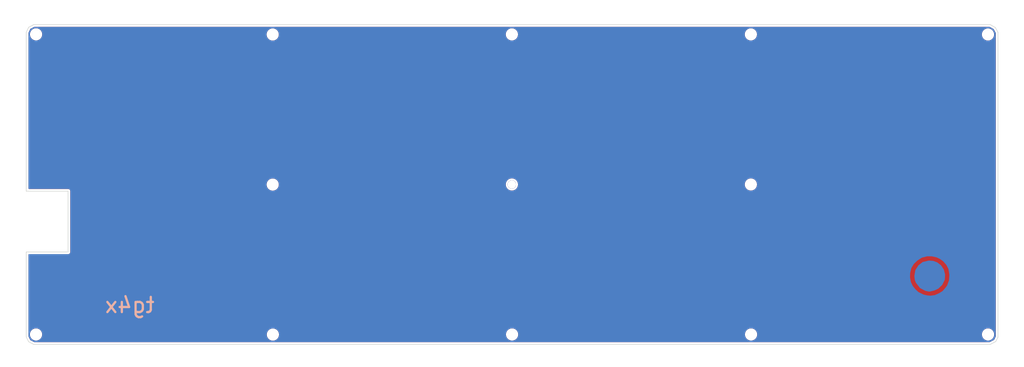
<source format=kicad_pcb>
(kicad_pcb (version 20171130) (host pcbnew "(5.1.4-0-10_14)")

  (general
    (thickness 1.6)
    (drawings 17)
    (tracks 0)
    (zones 0)
    (modules 14)
    (nets 1)
  )

  (page A4)
  (layers
    (0 F.Cu signal)
    (31 B.Cu signal)
    (32 B.Adhes user)
    (33 F.Adhes user)
    (34 B.Paste user)
    (35 F.Paste user)
    (36 B.SilkS user)
    (37 F.SilkS user)
    (38 B.Mask user)
    (39 F.Mask user)
    (40 Dwgs.User user)
    (41 Cmts.User user)
    (42 Eco1.User user)
    (43 Eco2.User user)
    (44 Edge.Cuts user)
    (45 Margin user)
    (46 B.CrtYd user)
    (47 F.CrtYd user)
    (48 B.Fab user)
    (49 F.Fab user)
  )

  (setup
    (last_trace_width 0.25)
    (trace_clearance 0.2)
    (zone_clearance 0.508)
    (zone_45_only no)
    (trace_min 0.2)
    (via_size 0.8)
    (via_drill 0.4)
    (via_min_size 0.4)
    (via_min_drill 0.3)
    (uvia_size 0.3)
    (uvia_drill 0.1)
    (uvias_allowed no)
    (uvia_min_size 0.2)
    (uvia_min_drill 0.1)
    (edge_width 0.15)
    (segment_width 0.2)
    (pcb_text_width 0.25)
    (pcb_text_size 1 1)
    (mod_edge_width 0.15)
    (mod_text_size 1 1)
    (mod_text_width 0.15)
    (pad_size 2.2 2.2)
    (pad_drill 2.2)
    (pad_to_mask_clearance 0.051)
    (solder_mask_min_width 0.25)
    (aux_axis_origin 0 0)
    (visible_elements 7FFFF7FF)
    (pcbplotparams
      (layerselection 0x010f0_ffffffff)
      (usegerberextensions false)
      (usegerberattributes false)
      (usegerberadvancedattributes false)
      (creategerberjobfile false)
      (excludeedgelayer true)
      (linewidth 0.100000)
      (plotframeref false)
      (viasonmask false)
      (mode 1)
      (useauxorigin false)
      (hpglpennumber 1)
      (hpglpenspeed 20)
      (hpglpendiameter 15.000000)
      (psnegative false)
      (psa4output false)
      (plotreference true)
      (plotvalue true)
      (plotinvisibletext false)
      (padsonsilk false)
      (subtractmaskfromsilk false)
      (outputformat 1)
      (mirror false)
      (drillshape 0)
      (scaleselection 1)
      (outputdirectory "gerber/"))
  )

  (net 0 "")

  (net_class Default "This is the default net class."
    (clearance 0.2)
    (trace_width 0.25)
    (via_dia 0.8)
    (via_drill 0.4)
    (uvia_dia 0.3)
    (uvia_drill 0.1)
  )

  (module custom_kicad:bordsourcelogo60mm (layer B.Cu) (tedit 0) (tstamp 5E92CBA9)
    (at 230.02 82.75 180)
    (fp_text reference G*** (at 0 0) (layer B.SilkS) hide
      (effects (font (size 1.524 1.524) (thickness 0.3)) (justify mirror))
    )
    (fp_text value LOGO (at 0.75 0) (layer B.SilkS) hide
      (effects (font (size 1.524 1.524) (thickness 0.3)) (justify mirror))
    )
    (fp_poly (pts (xy -24.655894 0.718983) (xy -24.390399 0.585062) (xy -24.196507 0.353522) (xy -24.193288 0.347368)
      (xy -24.100437 0.043065) (xy -24.124772 -0.24416) (xy -24.245745 -0.49409) (xy -24.442807 -0.686509)
      (xy -24.695412 -0.801201) (xy -24.983013 -0.817949) (xy -25.278344 -0.720215) (xy -25.502486 -0.528925)
      (xy -25.6303 -0.273844) (xy -25.662144 0.010288) (xy -25.598374 0.28873) (xy -25.439348 0.526744)
      (xy -25.264216 0.654538) (xy -24.958623 0.745428) (xy -24.655894 0.718983)) (layer B.Mask) (width 0.01))
    (fp_poly (pts (xy 21.380334 1.225672) (xy 21.417827 1.188202) (xy 21.505924 1.034035) (xy 21.461132 0.914713)
      (xy 21.284475 0.831567) (xy 21.1194 0.800098) (xy 20.782357 0.706537) (xy 20.568932 0.576474)
      (xy 20.434908 0.45629) (xy 20.333297 0.337259) (xy 20.259636 0.19868) (xy 20.209463 0.019852)
      (xy 20.178318 -0.219925) (xy 20.161738 -0.541354) (xy 20.155261 -0.965135) (xy 20.154348 -1.347034)
      (xy 20.150683 -1.820294) (xy 20.140272 -2.224603) (xy 20.12399 -2.541749) (xy 20.102711 -2.753523)
      (xy 20.082898 -2.834429) (xy 19.97553 -2.929615) (xy 19.823861 -2.966883) (xy 19.687508 -2.940093)
      (xy 19.633398 -2.880726) (xy 19.625325 -2.791272) (xy 19.619253 -2.582319) (xy 19.615321 -2.272398)
      (xy 19.613668 -1.880042) (xy 19.614432 -1.423782) (xy 19.617752 -0.92215) (xy 19.618309 -0.861841)
      (xy 19.636685 1.069836) (xy 19.83061 1.092074) (xy 19.978439 1.084158) (xy 20.066341 0.991815)
      (xy 20.102041 0.908973) (xy 20.179547 0.703636) (xy 20.311086 0.87086) (xy 20.577165 1.100958)
      (xy 20.942458 1.250535) (xy 21.056184 1.275835) (xy 21.249609 1.288752) (xy 21.380334 1.225672)) (layer B.Mask) (width 0.01))
    (fp_poly (pts (xy -0.087846 1.224294) (xy -0.013484 1.098747) (xy -0.013924 1.011755) (xy -0.06563 0.914219)
      (xy -0.205691 0.841418) (xy -0.379619 0.794217) (xy -0.692782 0.708346) (xy -0.909508 0.603948)
      (xy -1.071213 0.455292) (xy -1.184456 0.294215) (xy -1.238075 0.201155) (xy -1.279005 0.103721)
      (xy -1.309539 -0.018497) (xy -1.331972 -0.185906) (xy -1.348597 -0.418913) (xy -1.361708 -0.737927)
      (xy -1.373599 -1.163356) (xy -1.380434 -1.449457) (xy -1.414945 -2.933424) (xy -1.587985 -2.953646)
      (xy -1.753964 -2.937544) (xy -1.846816 -2.888075) (xy -1.874298 -2.822838) (xy -1.895824 -2.680678)
      (xy -1.911899 -2.450037) (xy -1.923029 -2.119358) (xy -1.929718 -1.677083) (xy -1.932473 -1.111653)
      (xy -1.932608 -0.926441) (xy -1.931886 -0.338466) (xy -1.928039 0.125638) (xy -1.918552 0.480039)
      (xy -1.900908 0.738908) (xy -1.87259 0.916416) (xy -1.831082 1.026733) (xy -1.773866 1.084027)
      (xy -1.698425 1.102471) (xy -1.602244 1.096233) (xy -1.574043 1.09239) (xy -1.453727 1.03973)
      (xy -1.40004 0.901694) (xy -1.393637 0.849804) (xy -1.372328 0.629771) (xy -1.132492 0.895241)
      (xy -0.920355 1.079612) (xy -0.683871 1.207407) (xy -0.448991 1.27592) (xy -0.241665 1.282451)
      (xy -0.087846 1.224294)) (layer B.Mask) (width 0.01))
    (fp_poly (pts (xy -14.617559 2.886753) (xy -14.153815 2.875685) (xy -13.804287 2.862066) (xy -13.545146 2.843346)
      (xy -13.352566 2.816971) (xy -13.20272 2.780389) (xy -13.071778 2.731048) (xy -13.042828 2.718084)
      (xy -12.685335 2.4867) (xy -12.426029 2.179808) (xy -12.269445 1.821837) (xy -12.220118 1.437214)
      (xy -12.282583 1.050368) (xy -12.461374 0.685727) (xy -12.628432 0.485698) (xy -12.823462 0.323158)
      (xy -13.025004 0.204378) (xy -13.116279 0.172082) (xy -13.339549 0.123044) (xy -12.982892 0.002303)
      (xy -12.577107 -0.198749) (xy -12.27601 -0.487537) (xy -12.085629 -0.855746) (xy -12.011994 -1.295057)
      (xy -12.011298 -1.337916) (xy -12.065668 -1.821974) (xy -12.229095 -2.231387) (xy -12.49506 -2.556638)
      (xy -12.857049 -2.788209) (xy -13.053833 -2.860599) (xy -13.248659 -2.898647) (xy -13.534895 -2.929211)
      (xy -13.886609 -2.952076) (xy -14.277873 -2.967026) (xy -14.682757 -2.973844) (xy -15.075332 -2.972316)
      (xy -15.429668 -2.962225) (xy -15.719836 -2.943356) (xy -15.919906 -2.915492) (xy -15.999239 -2.885109)
      (xy -16.021472 -2.824807) (xy -16.03978 -2.686429) (xy -16.054425 -2.460918) (xy -16.065671 -2.139216)
      (xy -16.073779 -1.712267) (xy -16.079013 -1.171014) (xy -16.081636 -0.506398) (xy -16.081967 -0.138044)
      (xy -15.529891 -0.138044) (xy -15.529891 -2.484783) (xy -14.477309 -2.483267) (xy -14.048107 -2.479946)
      (xy -13.730577 -2.469706) (xy -13.498417 -2.449996) (xy -13.325325 -2.418269) (xy -13.184999 -2.371975)
      (xy -13.143405 -2.35398) (xy -12.883575 -2.174014) (xy -12.717163 -1.907247) (xy -12.638873 -1.543294)
      (xy -12.630978 -1.349321) (xy -12.665433 -0.997458) (xy -12.775184 -0.714045) (xy -12.969806 -0.493778)
      (xy -13.258877 -0.331352) (xy -13.651973 -0.221462) (xy -14.158672 -0.158805) (xy -14.788549 -0.138076)
      (xy -14.817839 -0.138044) (xy -15.529891 -0.138044) (xy -16.081967 -0.138044) (xy -16.082065 -0.029158)
      (xy -16.081796 0.276086) (xy -15.529891 0.276086) (xy -14.89144 0.276486) (xy -14.545493 0.284548)
      (xy -14.19409 0.305602) (xy -13.900424 0.335555) (xy -13.839229 0.344637) (xy -13.413292 0.463377)
      (xy -13.100133 0.661568) (xy -12.899872 0.939089) (xy -12.812627 1.295819) (xy -12.808462 1.406247)
      (xy -12.838738 1.722451) (xy -12.937525 1.972546) (xy -13.116768 2.163571) (xy -13.388411 2.302564)
      (xy -13.764396 2.396563) (xy -14.256667 2.452605) (xy -14.615353 2.471028) (xy -15.529891 2.50279)
      (xy -15.529891 0.276086) (xy -16.081796 0.276086) (xy -16.081442 0.676476) (xy -16.079285 1.256341)
      (xy -16.075157 1.722706) (xy -16.068624 2.087841) (xy -16.059251 2.364017) (xy -16.046601 2.563502)
      (xy -16.030242 2.698566) (xy -16.009736 2.78148) (xy -15.98465 2.824512) (xy -15.980739 2.82806)
      (xy -15.897219 2.85997) (xy -15.7281 2.881132) (xy -15.460082 2.89212) (xy -15.079866 2.893506)
      (xy -14.617559 2.886753)) (layer B.Mask) (width 0.01))
    (fp_poly (pts (xy 7.796956 1.187383) (xy 8.13223 1.115771) (xy 8.421156 1.01812) (xy 8.63703 0.902412)
      (xy 8.753149 0.776628) (xy 8.765761 0.72097) (xy 8.726933 0.617579) (xy 8.602212 0.577365)
      (xy 8.379244 0.599808) (xy 8.045676 0.684391) (xy 8.026918 0.689931) (xy 7.575861 0.786955)
      (xy 7.165244 0.805456) (xy 6.810521 0.751713) (xy 6.527145 0.632006) (xy 6.330568 0.452613)
      (xy 6.236244 0.219813) (xy 6.251836 -0.031327) (xy 6.293346 -0.135423) (xy 6.372963 -0.223034)
      (xy 6.510159 -0.30316) (xy 6.724408 -0.384799) (xy 7.035183 -0.47695) (xy 7.452677 -0.586262)
      (xy 7.866331 -0.69683) (xy 8.169501 -0.794131) (xy 8.38753 -0.889557) (xy 8.545756 -0.994503)
      (xy 8.669521 -1.120361) (xy 8.685873 -1.140721) (xy 8.83826 -1.437859) (xy 8.892989 -1.787184)
      (xy 8.851365 -2.144647) (xy 8.714696 -2.466199) (xy 8.643649 -2.563298) (xy 8.400486 -2.78836)
      (xy 8.103545 -2.935103) (xy 7.727016 -3.012617) (xy 7.316305 -3.030824) (xy 7.003323 -3.018672)
      (xy 6.70599 -2.989306) (xy 6.47985 -2.948569) (xy 6.447716 -2.939467) (xy 6.095508 -2.803122)
      (xy 5.855566 -2.652566) (xy 5.738697 -2.495375) (xy 5.728805 -2.435391) (xy 5.777715 -2.309523)
      (xy 5.923996 -2.280856) (xy 6.166973 -2.349412) (xy 6.313365 -2.414733) (xy 6.738422 -2.5756)
      (xy 7.153455 -2.651187) (xy 7.539611 -2.646425) (xy 7.878036 -2.566244) (xy 8.149877 -2.415577)
      (xy 8.336282 -2.199353) (xy 8.418397 -1.922504) (xy 8.420652 -1.863587) (xy 8.407962 -1.672571)
      (xy 8.358331 -1.521243) (xy 8.254426 -1.398125) (xy 8.07891 -1.291736) (xy 7.814447 -1.190595)
      (xy 7.443701 -1.083222) (xy 7.115207 -0.99909) (xy 6.634574 -0.868085) (xy 6.275226 -0.738835)
      (xy 6.021158 -0.598699) (xy 5.856364 -0.435038) (xy 5.764838 -0.235212) (xy 5.730574 0.013419)
      (xy 5.729063 0.095585) (xy 5.782457 0.47142) (xy 5.944044 0.769465) (xy 6.216841 0.992204)
      (xy 6.603865 1.142125) (xy 7.094176 1.22057) (xy 7.442037 1.224977) (xy 7.796956 1.187383)) (layer B.Mask) (width 0.01))
    (fp_poly (pts (xy 28.664115 1.197447) (xy 28.898871 1.138771) (xy 29.271302 0.95909) (xy 29.583106 0.670353)
      (xy 29.821251 0.293085) (xy 29.972703 -0.15219) (xy 30.024457 -0.633724) (xy 30.024457 -0.966305)
      (xy 26.761207 -0.966305) (xy 26.80164 -1.307703) (xy 26.912417 -1.758144) (xy 27.11822 -2.119867)
      (xy 27.404498 -2.38811) (xy 27.756703 -2.558114) (xy 28.160285 -2.625119) (xy 28.600693 -2.584366)
      (xy 29.063379 -2.431094) (xy 29.493652 -2.188367) (xy 29.721172 -2.071365) (xy 29.878344 -2.059617)
      (xy 29.952895 -2.133142) (xy 29.932553 -2.271961) (xy 29.805048 -2.456096) (xy 29.712927 -2.545364)
      (xy 29.43275 -2.762897) (xy 29.153676 -2.906335) (xy 28.816105 -3.003719) (xy 28.681719 -3.030526)
      (xy 28.381965 -3.080212) (xy 28.159241 -3.096358) (xy 27.956374 -3.077768) (xy 27.716193 -3.023245)
      (xy 27.663384 -3.009199) (xy 27.199667 -2.817917) (xy 26.81805 -2.52263) (xy 26.526324 -2.135671)
      (xy 26.332279 -1.66937) (xy 26.243706 -1.136061) (xy 26.245952 -0.765527) (xy 26.270568 -0.621196)
      (xy 26.777805 -0.621196) (xy 29.558948 -0.621196) (xy 29.51325 -0.327854) (xy 29.415867 0.000206)
      (xy 29.242779 0.316543) (xy 29.023729 0.574904) (xy 28.852164 0.700177) (xy 28.540212 0.800831)
      (xy 28.17229 0.82012) (xy 27.803815 0.758226) (xy 27.635194 0.696214) (xy 27.295689 0.467366)
      (xy 27.033781 0.124843) (xy 26.850162 -0.330392) (xy 26.823738 -0.431386) (xy 26.777805 -0.621196)
      (xy 26.270568 -0.621196) (xy 26.342536 -0.199248) (xy 26.54165 0.285796) (xy 26.831548 0.681176)
      (xy 27.200488 0.978461) (xy 27.636725 1.169221) (xy 28.128516 1.245026) (xy 28.664115 1.197447)) (layer B.Mask) (width 0.01))
    (fp_poly (pts (xy 24.507295 1.221226) (xy 24.902749 1.117288) (xy 25.228605 0.926425) (xy 25.26876 0.890927)
      (xy 25.405302 0.724762) (xy 25.428057 0.594798) (xy 25.427458 0.593193) (xy 25.364679 0.507449)
      (xy 25.253915 0.494795) (xy 25.07176 0.557884) (xy 24.875709 0.655706) (xy 24.459057 0.806203)
      (xy 24.04157 0.827606) (xy 23.645427 0.726931) (xy 23.292808 0.511197) (xy 23.005891 0.18742)
      (xy 22.918109 0.036353) (xy 22.829582 -0.15809) (xy 22.776459 -0.345681) (xy 22.750316 -0.57282)
      (xy 22.742727 -0.88591) (xy 22.742663 -0.929951) (xy 22.748487 -1.254654) (xy 22.772028 -1.49014)
      (xy 22.822387 -1.684967) (xy 22.908668 -1.887693) (xy 22.930615 -1.932609) (xy 23.145516 -2.2791)
      (xy 23.398996 -2.504382) (xy 23.716924 -2.6247) (xy 24.08353 -2.65667) (xy 24.442236 -2.632378)
      (xy 24.739319 -2.551096) (xy 24.866496 -2.494529) (xy 25.134423 -2.389617) (xy 25.308812 -2.384403)
      (xy 25.391842 -2.479113) (xy 25.4 -2.550476) (xy 25.335602 -2.694096) (xy 25.160507 -2.824067)
      (xy 24.901863 -2.934119) (xy 24.58682 -3.017987) (xy 24.242526 -3.069403) (xy 23.89613 -3.082099)
      (xy 23.574781 -3.049808) (xy 23.413678 -3.009019) (xy 23.039449 -2.838305) (xy 22.740531 -2.585631)
      (xy 22.491134 -2.227143) (xy 22.418967 -2.089017) (xy 22.312829 -1.863199) (xy 22.245943 -1.67856)
      (xy 22.209441 -1.48993) (xy 22.194455 -1.252134) (xy 22.192086 -0.933245) (xy 22.197135 -0.596926)
      (xy 22.215638 -0.354886) (xy 22.255384 -0.163477) (xy 22.324165 0.020949) (xy 22.386043 0.15347)
      (xy 22.544029 0.418485) (xy 22.741363 0.670785) (xy 22.864584 0.793476) (xy 23.220887 1.024365)
      (xy 23.63461 1.173478) (xy 24.073997 1.239527) (xy 24.507295 1.221226)) (layer B.Mask) (width 0.01))
    (fp_poly (pts (xy 18.002245 1.080078) (xy 18.092405 1.023597) (xy 18.107982 0.932329) (xy 18.122064 0.722167)
      (xy 18.134064 0.412259) (xy 18.143391 0.021751) (xy 18.149456 -0.43021) (xy 18.151661 -0.901346)
      (xy 18.15084 -1.495661) (xy 18.146039 -1.96591) (xy 18.134895 -2.326059) (xy 18.115044 -2.590076)
      (xy 18.084122 -2.77193) (xy 18.039765 -2.885587) (xy 17.97961 -2.945014) (xy 17.901293 -2.96418)
      (xy 17.803742 -2.957235) (xy 17.695825 -2.922919) (xy 17.640545 -2.833478) (xy 17.614766 -2.64907)
      (xy 17.6133 -2.62922) (xy 17.591545 -2.325015) (xy 17.464745 -2.53352) (xy 17.254412 -2.757588)
      (xy 16.947188 -2.928433) (xy 16.577051 -3.036767) (xy 16.177976 -3.073301) (xy 15.783941 -3.028744)
      (xy 15.716515 -3.011492) (xy 15.470598 -2.913521) (xy 15.246298 -2.777783) (xy 15.183442 -2.725074)
      (xy 15.055813 -2.586594) (xy 14.956949 -2.432947) (xy 14.883675 -2.245619) (xy 14.832819 -2.006094)
      (xy 14.801206 -1.695858) (xy 14.785663 -1.296395) (xy 14.783016 -0.78919) (xy 14.786499 -0.409334)
      (xy 14.805163 1.069836) (xy 15.004739 1.092619) (xy 15.172354 1.080078) (xy 15.262514 1.023597)
      (xy 15.280048 0.929452) (xy 15.295568 0.719298) (xy 15.308219 0.415166) (xy 15.317146 0.039086)
      (xy 15.321494 -0.386913) (xy 15.321769 -0.503158) (xy 15.323315 -0.993852) (xy 15.328229 -1.367329)
      (xy 15.33815 -1.644403) (xy 15.354722 -1.845888) (xy 15.379585 -1.9926) (xy 15.414382 -2.105353)
      (xy 15.45513 -2.19419) (xy 15.610094 -2.425403) (xy 15.808185 -2.569478) (xy 16.086657 -2.648791)
      (xy 16.245809 -2.669089) (xy 16.645345 -2.643757) (xy 16.99853 -2.49301) (xy 17.286658 -2.226683)
      (xy 17.393479 -2.065806) (xy 17.451941 -1.955958) (xy 17.496167 -1.847454) (xy 17.528764 -1.718614)
      (xy 17.552342 -1.547761) (xy 17.569509 -1.313217) (xy 17.582873 -0.993303) (xy 17.595044 -0.566342)
      (xy 17.600544 -0.345109) (xy 17.635055 1.069836) (xy 17.834631 1.092619) (xy 18.002245 1.080078)) (layer B.Mask) (width 0.01))
    (fp_poly (pts (xy 12.283121 1.18279) (xy 12.706889 1.035267) (xy 13.088215 0.795147) (xy 13.406411 0.462431)
      (xy 13.604418 0.123388) (xy 13.684821 -0.078572) (xy 13.734467 -0.278198) (xy 13.760135 -0.518995)
      (xy 13.768604 -0.844468) (xy 13.768833 -0.931794) (xy 13.738511 -1.466986) (xy 13.642417 -1.898845)
      (xy 13.472856 -2.249268) (xy 13.222133 -2.540153) (xy 13.195199 -2.56427) (xy 12.782862 -2.840074)
      (xy 12.306494 -3.015768) (xy 11.803412 -3.082792) (xy 11.310933 -3.032586) (xy 11.236961 -3.013482)
      (xy 10.76212 -2.814341) (xy 10.376971 -2.514602) (xy 10.086787 -2.122889) (xy 9.896839 -1.647823)
      (xy 9.8124 -1.098029) (xy 9.813721 -0.992898) (xy 10.357277 -0.992898) (xy 10.405465 -1.42797)
      (xy 10.535643 -1.833391) (xy 10.751129 -2.183668) (xy 10.837553 -2.278858) (xy 11.181408 -2.538734)
      (xy 11.565554 -2.668262) (xy 11.995274 -2.668697) (xy 12.251359 -2.614806) (xy 12.593565 -2.451701)
      (xy 12.872825 -2.178559) (xy 13.080019 -1.812458) (xy 13.206027 -1.370479) (xy 13.241731 -0.8697)
      (xy 13.237473 -0.76798) (xy 13.158165 -0.265472) (xy 12.989927 0.158995) (xy 12.741058 0.491445)
      (xy 12.419858 0.717903) (xy 12.333143 0.754848) (xy 12.06216 0.813034) (xy 11.731954 0.823646)
      (xy 11.412417 0.787938) (xy 11.229993 0.735009) (xy 10.918026 0.53406) (xy 10.671452 0.235304)
      (xy 10.493589 -0.13577) (xy 10.387758 -0.553668) (xy 10.357277 -0.992898) (xy 9.813721 -0.992898)
      (xy 9.817505 -0.69178) (xy 9.862276 -0.380483) (xy 9.942666 -0.058358) (xy 10.007829 0.123388)
      (xy 10.251778 0.531447) (xy 10.577418 0.84691) (xy 10.964061 1.069775) (xy 11.391019 1.200044)
      (xy 11.837602 1.237715) (xy 12.283121 1.18279)) (layer B.Mask) (width 0.01))
    (fp_poly (pts (xy 4.223783 2.886956) (xy 4.382881 2.864402) (xy 4.382881 -2.933424) (xy 4.223783 -2.955978)
      (xy 4.024103 -2.929308) (xy 3.899967 -2.793322) (xy 3.865218 -2.606344) (xy 3.865218 -2.399698)
      (xy 3.593244 -2.645411) (xy 3.211658 -2.901717) (xy 2.771169 -3.050703) (xy 2.309507 -3.082772)
      (xy 2.036142 -3.041439) (xy 1.597279 -2.86897) (xy 1.240054 -2.588705) (xy 0.968483 -2.207003)
      (xy 0.786584 -1.730221) (xy 0.698372 -1.164716) (xy 0.692371 -0.978007) (xy 1.231658 -0.978007)
      (xy 1.231728 -0.998565) (xy 1.28085 -1.510801) (xy 1.414801 -1.941779) (xy 1.622762 -2.282567)
      (xy 1.893915 -2.524237) (xy 2.217438 -2.657858) (xy 2.582514 -2.674501) (xy 2.978322 -2.565236)
      (xy 3.075171 -2.520049) (xy 3.414687 -2.281501) (xy 3.657259 -1.953991) (xy 3.80487 -1.532993)
      (xy 3.859506 -1.013984) (xy 3.854125 -0.744134) (xy 3.779754 -0.222832) (xy 3.618328 0.19649)
      (xy 3.37236 0.510716) (xy 3.044365 0.716728) (xy 2.636856 0.81141) (xy 2.597285 0.814308)
      (xy 2.335539 0.820447) (xy 2.153282 0.791632) (xy 1.993935 0.716177) (xy 1.934251 0.677366)
      (xy 1.620028 0.393886) (xy 1.401005 0.030216) (xy 1.272956 -0.423722) (xy 1.231658 -0.978007)
      (xy 0.692371 -0.978007) (xy 0.690218 -0.911061) (xy 0.74163 -0.323897) (xy 0.892198 0.180065)
      (xy 1.136417 0.593872) (xy 1.468782 0.910573) (xy 1.883789 1.123214) (xy 2.375934 1.224844)
      (xy 2.381722 1.225316) (xy 2.804155 1.205883) (xy 3.204249 1.089783) (xy 3.542317 0.891546)
      (xy 3.694256 0.744758) (xy 3.865218 0.541582) (xy 3.865218 1.642774) (xy 3.867999 2.095603)
      (xy 3.879666 2.427744) (xy 3.905205 2.6565) (xy 3.949602 2.79917) (xy 4.017844 2.873057)
      (xy 4.114916 2.895462) (xy 4.223783 2.886956)) (layer B.Mask) (width 0.01))
    (fp_poly (pts (xy -4.17883 1.159398) (xy -3.860941 1.018989) (xy -3.727833 0.921756) (xy -3.591764 0.800254)
      (xy -3.486566 0.680123) (xy -3.407856 0.541791) (xy -3.351251 0.365686) (xy -3.312365 0.132236)
      (xy -3.286817 -0.178131) (xy -3.270222 -0.584987) (xy -3.258196 -1.107905) (xy -3.256817 -1.181258)
      (xy -3.248491 -1.724837) (xy -3.24808 -2.145947) (xy -3.258485 -2.460071) (xy -3.282608 -2.682693)
      (xy -3.323349 -2.829294) (xy -3.383608 -2.915359) (xy -3.466287 -2.956371) (xy -3.574287 -2.967812)
      (xy -3.591559 -2.967935) (xy -3.711487 -2.960553) (xy -3.772064 -2.914993) (xy -3.793546 -2.796132)
      (xy -3.796195 -2.613109) (xy -3.796195 -2.258283) (xy -4.077038 -2.577336) (xy -4.316916 -2.808661)
      (xy -4.56853 -2.951908) (xy -4.710761 -3.001184) (xy -4.963569 -3.067944) (xy -5.168275 -3.092761)
      (xy -5.387559 -3.077712) (xy -5.647065 -3.032219) (xy -6.061929 -2.898044) (xy -6.366983 -2.680264)
      (xy -6.562529 -2.378527) (xy -6.64887 -1.992482) (xy -6.653525 -1.863587) (xy -6.647265 -1.806676)
      (xy -6.142934 -1.806676) (xy -6.09647 -2.142367) (xy -5.950869 -2.388978) (xy -5.696821 -2.562249)
      (xy -5.695699 -2.56276) (xy -5.307578 -2.676736) (xy -4.928266 -2.656215) (xy -4.709458 -2.585021)
      (xy -4.340287 -2.359539) (xy -4.061489 -2.033945) (xy -3.879788 -1.61794) (xy -3.815994 -1.295822)
      (xy -3.774392 -0.944564) (xy -4.503385 -0.991694) (xy -5.046555 -1.040752) (xy -5.465163 -1.113213)
      (xy -5.771607 -1.215241) (xy -5.978288 -1.353) (xy -6.097604 -1.532653) (xy -6.141955 -1.760363)
      (xy -6.142934 -1.806676) (xy -6.647265 -1.806676) (xy -6.610091 -1.46876) (xy -6.475584 -1.171436)
      (xy -6.243696 -0.960168) (xy -6.120779 -0.896539) (xy -5.837286 -0.803907) (xy -5.455911 -0.724321)
      (xy -5.016633 -0.663742) (xy -4.55943 -0.628131) (xy -4.274353 -0.621196) (xy -3.796195 -0.621196)
      (xy -3.796453 -0.224321) (xy -3.846247 0.178604) (xy -3.996172 0.488038) (xy -4.247928 0.707271)
      (xy -4.288636 0.729531) (xy -4.532249 0.800126) (xy -4.861395 0.820565) (xy -5.234163 0.793734)
      (xy -5.608642 0.722524) (xy -5.927397 0.616575) (xy -6.136903 0.529977) (xy -6.258282 0.496847)
      (xy -6.329601 0.514705) (xy -6.388932 0.581072) (xy -6.392739 0.586265) (xy -6.450346 0.702815)
      (xy -6.402802 0.806867) (xy -6.376979 0.836583) (xy -6.183059 0.972218) (xy -5.878769 1.087147)
      (xy -5.491197 1.17338) (xy -5.073098 1.22127) (xy -4.575764 1.22524) (xy -4.17883 1.159398)) (layer B.Mask) (width 0.01))
    (fp_poly (pts (xy -8.725044 1.176957) (xy -8.553967 1.132359) (xy -8.169099 0.953053) (xy -7.820779 0.666203)
      (xy -7.538628 0.302135) (xy -7.357154 -0.092996) (xy -7.261703 -0.562452) (xy -7.252051 -1.056062)
      (xy -7.321728 -1.541805) (xy -7.464266 -1.98766) (xy -7.673195 -2.361606) (xy -7.856432 -2.56427)
      (xy -8.268769 -2.840074) (xy -8.745136 -3.015768) (xy -9.248219 -3.082792) (xy -9.740698 -3.032586)
      (xy -9.814669 -3.013482) (xy -10.289276 -2.814367) (xy -10.674389 -2.514822) (xy -10.964461 -2.124)
      (xy -11.153947 -1.651055) (xy -11.237301 -1.105141) (xy -11.233475 -0.906921) (xy -10.663228 -0.906921)
      (xy -10.663223 -0.931794) (xy -10.657421 -1.252445) (xy -10.634796 -1.48208) (xy -10.586354 -1.667502)
      (xy -10.503095 -1.855516) (xy -10.47532 -1.909296) (xy -10.212058 -2.282542) (xy -9.882264 -2.536522)
      (xy -9.495559 -2.667106) (xy -9.061565 -2.670167) (xy -8.81967 -2.619789) (xy -8.46974 -2.454245)
      (xy -8.166429 -2.175536) (xy -7.986239 -1.906671) (xy -7.912735 -1.74675) (xy -7.866913 -1.57544)
      (xy -7.842778 -1.354363) (xy -7.834336 -1.045141) (xy -7.833967 -0.931794) (xy -7.851696 -0.485728)
      (xy -7.913223 -0.140466) (xy -8.031064 0.137639) (xy -8.21773 0.382234) (xy -8.380599 0.538049)
      (xy -8.66013 0.721784) (xy -8.988733 0.812392) (xy -9.397185 0.817665) (xy -9.462573 0.812029)
      (xy -9.841725 0.708997) (xy -10.168553 0.480921) (xy -10.435979 0.133172) (xy -10.491304 0.030985)
      (xy -10.578812 -0.16453) (xy -10.631089 -0.35496) (xy -10.656454 -0.586894) (xy -10.663228 -0.906921)
      (xy -11.233475 -0.906921) (xy -11.229076 -0.679017) (xy -11.123311 -0.125554) (xy -10.913266 0.345543)
      (xy -10.611118 0.72603) (xy -10.229045 1.00766) (xy -9.779223 1.182188) (xy -9.273831 1.241369)
      (xy -8.725044 1.176957)) (layer B.Mask) (width 0.01))
    (fp_poly (pts (xy -24.297011 5.016502) (xy -23.786339 4.947116) (xy -23.304257 4.817519) (xy -22.798484 4.615823)
      (xy -22.57712 4.511948) (xy -22.254551 4.345864) (xy -21.990252 4.181795) (xy -21.741226 3.988354)
      (xy -21.464477 3.734148) (xy -21.327774 3.599863) (xy -20.794585 3.005505) (xy -20.388525 2.400931)
      (xy -20.099284 1.763013) (xy -19.916551 1.068622) (xy -19.830018 0.29463) (xy -19.82715 0.233477)
      (xy -19.823369 -0.410805) (xy -19.878353 -0.972856) (xy -20.001473 -1.499346) (xy -20.202099 -2.036947)
      (xy -20.345201 -2.34674) (xy -20.505841 -2.659216) (xy -20.662397 -2.915047) (xy -20.844211 -3.154081)
      (xy -21.080626 -3.416164) (xy -21.291687 -3.632033) (xy -21.588642 -3.921791) (xy -21.834244 -4.13633)
      (xy -22.067691 -4.304627) (xy -22.328182 -4.455655) (xy -22.572305 -4.578628) (xy -22.904675 -4.72837)
      (xy -23.24995 -4.865073) (xy -23.554218 -4.968095) (xy -23.674456 -5.000603) (xy -24.097491 -5.06825)
      (xy -24.602653 -5.10076) (xy -25.139419 -5.098774) (xy -25.657264 -5.06293) (xy -26.105666 -4.993865)
      (xy -26.212419 -4.968524) (xy -26.898452 -4.734367) (xy -27.527346 -4.400851) (xy -28.124082 -3.953152)
      (xy -28.474232 -3.626407) (xy -29.013442 -3.016096) (xy -29.423332 -2.385604) (xy -29.711583 -1.71631)
      (xy -29.885875 -0.989588) (xy -29.953886 -0.186817) (xy -29.954376 -0.138547) (xy -29.027364 -0.138547)
      (xy -29.002244 -0.595706) (xy -28.942275 -0.994195) (xy -28.893617 -1.17337) (xy -28.576744 -1.913011)
      (xy -28.160222 -2.563098) (xy -27.650523 -3.117125) (xy -27.054122 -3.568587) (xy -26.377491 -3.910978)
      (xy -26.055706 -4.0255) (xy -25.34919 -4.1782) (xy -24.637358 -4.193596) (xy -23.933691 -4.0768)
      (xy -23.197066 -3.821835) (xy -22.539182 -3.456531) (xy -21.967137 -2.986691) (xy -21.488029 -2.418117)
      (xy -21.117171 -1.774267) (xy -20.855318 -1.063747) (xy -20.731267 -0.346564) (xy -20.744995 0.376179)
      (xy -20.896479 1.103381) (xy -21.185695 1.833937) (xy -21.19272 1.84824) (xy -21.573693 2.467299)
      (xy -22.064284 3.007067) (xy -22.656945 3.461248) (xy -23.344128 3.823548) (xy -23.743478 3.975957)
      (xy -24.05325 4.046788) (xy -24.45196 4.090696) (xy -24.893011 4.106941) (xy -25.329804 4.094781)
      (xy -25.715739 4.053476) (xy -25.917663 4.010533) (xy -26.143942 3.932415) (xy -26.436714 3.810936)
      (xy -26.741424 3.669098) (xy -26.814945 3.632197) (xy -27.431495 3.240888) (xy -27.965604 2.741107)
      (xy -28.412789 2.138308) (xy -28.768565 1.437946) (xy -28.893617 1.104347) (xy -28.97305 0.75954)
      (xy -29.017632 0.329222) (xy -29.027364 -0.138547) (xy -29.954376 -0.138547) (xy -29.955434 -0.034511)
      (xy -29.905538 0.783752) (xy -29.750729 1.522649) (xy -29.483327 2.200805) (xy -29.095654 2.836842)
      (xy -28.580028 3.449383) (xy -28.474232 3.557384) (xy -27.861231 4.098533) (xy -27.227571 4.509516)
      (xy -26.555059 4.797841) (xy -25.825505 4.971019) (xy -25.020717 5.036559) (xy -24.888551 5.037566)
      (xy -24.297011 5.016502)) (layer B.Mask) (width 0.01))
  )

  (module MountingHole:MountingHole_2.2mm_M2_Pad (layer F.Cu) (tedit 5E927758) (tstamp 5CC367AF)
    (at 144.8816 58.6994)
    (descr "Mounting Hole 2.2mm, M2")
    (tags "mounting hole 2.2mm m2")
    (attr virtual)
    (fp_text reference REF** (at 0 -3.2) (layer F.SilkS) hide
      (effects (font (size 1 1) (thickness 0.15)))
    )
    (fp_text value MountingHole_2.2mm_M2_Pad (at 0 3.2) (layer F.Fab)
      (effects (font (size 1 1) (thickness 0.15)))
    )
    (fp_circle (center 0 0) (end 2.45 0) (layer F.CrtYd) (width 0.05))
    (fp_circle (center 0 0) (end 2.2 0) (layer Cmts.User) (width 0.15))
    (fp_text user %R (at 0.3 0) (layer F.Fab)
      (effects (font (size 1 1) (thickness 0.15)))
    )
    (pad 1 thru_hole circle (at 0 0) (size 2.2 2.2) (drill 2.2) (layers *.Cu *.Mask))
  )

  (module MountingHole:MountingHole_2.2mm_M2 (layer F.Cu) (tedit 5CD5E335) (tstamp 5CC367A1)
    (at 270.1798 98.2218)
    (descr "Mounting Hole 2.2mm, no annular, M2")
    (tags "mounting hole 2.2mm no annular m2")
    (attr virtual)
    (fp_text reference REF** (at 0 -3.2) (layer F.SilkS) hide
      (effects (font (size 1 1) (thickness 0.15)))
    )
    (fp_text value MountingHole_2.2mm_M2 (at 0 3.2) (layer F.Fab)
      (effects (font (size 1 1) (thickness 0.15)))
    )
    (fp_text user %R (at 0.3 0) (layer F.Fab)
      (effects (font (size 1 1) (thickness 0.15)))
    )
    (fp_circle (center 0 0) (end 2.2 0) (layer Cmts.User) (width 0.15))
    (fp_circle (center 0 0) (end 2.45 0) (layer F.CrtYd) (width 0.05))
    (pad 1 np_thru_hole circle (at 0 0) (size 2.2 2.2) (drill 2.2) (layers *.Cu *.Mask))
  )

  (module MountingHole:MountingHole_2.2mm_M2 (layer F.Cu) (tedit 5CD5E31D) (tstamp 5CC367D2)
    (at 207.772 19.1516)
    (descr "Mounting Hole 2.2mm, no annular, M2")
    (tags "mounting hole 2.2mm no annular m2")
    (attr virtual)
    (fp_text reference REF** (at -0.3175 3.3151) (layer F.SilkS) hide
      (effects (font (size 1 1) (thickness 0.15)))
    )
    (fp_text value MountingHole_2.2mm_M2 (at 0 3.2) (layer F.Fab)
      (effects (font (size 1 1) (thickness 0.15)))
    )
    (fp_text user %R (at 0.3 0) (layer F.Fab)
      (effects (font (size 1 1) (thickness 0.15)))
    )
    (fp_circle (center 0 0) (end 2.2 0) (layer Cmts.User) (width 0.15))
    (fp_circle (center 0 0) (end 2.45 0) (layer F.CrtYd) (width 0.05))
    (pad 1 np_thru_hole circle (at 0 0) (size 2.2 2.2) (drill 2.2) (layers *.Cu *.Mask))
  )

  (module MountingHole:MountingHole_2.2mm_M2 (layer F.Cu) (tedit 5CD5E319) (tstamp 5CC367CB)
    (at 144.8816 19.1516)
    (descr "Mounting Hole 2.2mm, no annular, M2")
    (tags "mounting hole 2.2mm no annular m2")
    (attr virtual)
    (fp_text reference REF** (at -0.3175 3.3151) (layer F.SilkS) hide
      (effects (font (size 1 1) (thickness 0.15)))
    )
    (fp_text value MountingHole_2.2mm_M2 (at 0 3.2) (layer F.Fab)
      (effects (font (size 1 1) (thickness 0.15)))
    )
    (fp_circle (center 0 0) (end 2.45 0) (layer F.CrtYd) (width 0.05))
    (fp_circle (center 0 0) (end 2.2 0) (layer Cmts.User) (width 0.15))
    (fp_text user %R (at 0.3 0) (layer F.Fab)
      (effects (font (size 1 1) (thickness 0.15)))
    )
    (pad 1 np_thru_hole circle (at 0 0) (size 2.2 2.2) (drill 2.2) (layers *.Cu *.Mask))
  )

  (module MountingHole:MountingHole_2.2mm_M2 (layer F.Cu) (tedit 5CD5E30E) (tstamp 5CC367C4)
    (at 81.9404 58.7248)
    (descr "Mounting Hole 2.2mm, no annular, M2")
    (tags "mounting hole 2.2mm no annular m2")
    (attr virtual)
    (fp_text reference REF** (at 0 -3.2) (layer F.SilkS) hide
      (effects (font (size 1 1) (thickness 0.15)))
    )
    (fp_text value MountingHole_2.2mm_M2 (at 0 3.2) (layer F.Fab)
      (effects (font (size 1 1) (thickness 0.15)))
    )
    (fp_circle (center 0 0) (end 2.45 0) (layer F.CrtYd) (width 0.05))
    (fp_circle (center 0 0) (end 2.2 0) (layer Cmts.User) (width 0.15))
    (fp_text user %R (at 0.3 0) (layer F.Fab)
      (effects (font (size 1 1) (thickness 0.15)))
    )
    (pad 1 np_thru_hole circle (at 0 0) (size 2.2 2.2) (drill 2.2) (layers *.Cu *.Mask))
  )

  (module MountingHole:MountingHole_2.2mm_M2 (layer F.Cu) (tedit 5CD5E332) (tstamp 5CC367BD)
    (at 207.8228 98.2218)
    (descr "Mounting Hole 2.2mm, no annular, M2")
    (tags "mounting hole 2.2mm no annular m2")
    (attr virtual)
    (fp_text reference REF** (at 0 -3.2) (layer F.SilkS) hide
      (effects (font (size 1 1) (thickness 0.15)))
    )
    (fp_text value MountingHole_2.2mm_M2 (at 0 3.2) (layer F.Fab)
      (effects (font (size 1 1) (thickness 0.15)))
    )
    (fp_circle (center 0 0) (end 2.45 0) (layer F.CrtYd) (width 0.05))
    (fp_circle (center 0 0) (end 2.2 0) (layer Cmts.User) (width 0.15))
    (fp_text user %R (at 0.3 0) (layer F.Fab)
      (effects (font (size 1 1) (thickness 0.15)))
    )
    (pad 1 np_thru_hole circle (at 0 0) (size 2.2 2.2) (drill 2.2) (layers *.Cu *.Mask))
  )

  (module MountingHole:MountingHole_2.2mm_M2 (layer F.Cu) (tedit 5CD5E311) (tstamp 5CC367B6)
    (at 19.6723 19.1389)
    (descr "Mounting Hole 2.2mm, no annular, M2")
    (tags "mounting hole 2.2mm no annular m2")
    (attr virtual)
    (fp_text reference REF** (at 0.0635 3.2512) (layer F.SilkS) hide
      (effects (font (size 1 1) (thickness 0.15)))
    )
    (fp_text value MountingHole_2.2mm_M2 (at 0 3.2) (layer F.Fab)
      (effects (font (size 1 1) (thickness 0.15)))
    )
    (fp_circle (center 0 0) (end 2.45 0) (layer F.CrtYd) (width 0.05))
    (fp_circle (center 0 0) (end 2.2 0) (layer Cmts.User) (width 0.15))
    (fp_text user %R (at 0.3 0) (layer F.Fab)
      (effects (font (size 1 1) (thickness 0.15)))
    )
    (pad 1 np_thru_hole circle (at 0 0) (size 2.2 2.2) (drill 2.2) (layers *.Cu *.Mask))
  )

  (module MountingHole:MountingHole_2.2mm_M2 (layer F.Cu) (tedit 5CD5E325) (tstamp 5CC367A8)
    (at 207.772 58.6994)
    (descr "Mounting Hole 2.2mm, no annular, M2")
    (tags "mounting hole 2.2mm no annular m2")
    (attr virtual)
    (fp_text reference REF** (at 0 -3.2) (layer F.SilkS) hide
      (effects (font (size 1 1) (thickness 0.15)))
    )
    (fp_text value MountingHole_2.2mm_M2 (at 0 3.2) (layer F.Fab)
      (effects (font (size 1 1) (thickness 0.15)))
    )
    (fp_circle (center 0 0) (end 2.45 0) (layer F.CrtYd) (width 0.05))
    (fp_circle (center 0 0) (end 2.2 0) (layer Cmts.User) (width 0.15))
    (fp_text user %R (at 0.3 0) (layer F.Fab)
      (effects (font (size 1 1) (thickness 0.15)))
    )
    (pad 1 np_thru_hole circle (at 0 0) (size 2.2 2.2) (drill 2.2) (layers *.Cu *.Mask))
  )

  (module MountingHole:MountingHole_2.2mm_M2 (layer F.Cu) (tedit 5CD5E32E) (tstamp 5CC3679A)
    (at 144.9324 98.2218)
    (descr "Mounting Hole 2.2mm, no annular, M2")
    (tags "mounting hole 2.2mm no annular m2")
    (attr virtual)
    (fp_text reference REF** (at 0 -3.2) (layer F.SilkS) hide
      (effects (font (size 1 1) (thickness 0.15)))
    )
    (fp_text value MountingHole_2.2mm_M2 (at 0 3.2) (layer F.Fab)
      (effects (font (size 1 1) (thickness 0.15)))
    )
    (fp_text user %R (at 0.3 0) (layer F.Fab)
      (effects (font (size 1 1) (thickness 0.15)))
    )
    (fp_circle (center 0 0) (end 2.2 0) (layer Cmts.User) (width 0.15))
    (fp_circle (center 0 0) (end 2.45 0) (layer F.CrtYd) (width 0.05))
    (pad 1 np_thru_hole circle (at 0 0) (size 2.2 2.2) (drill 2.2) (layers *.Cu *.Mask))
  )

  (module MountingHole:MountingHole_2.2mm_M2 (layer F.Cu) (tedit 5CD5E32B) (tstamp 5CC36793)
    (at 81.9912 98.2472)
    (descr "Mounting Hole 2.2mm, no annular, M2")
    (tags "mounting hole 2.2mm no annular m2")
    (attr virtual)
    (fp_text reference REF** (at 0 -3.2) (layer F.SilkS) hide
      (effects (font (size 1 1) (thickness 0.15)))
    )
    (fp_text value MountingHole_2.2mm_M2 (at 0 3.2) (layer F.Fab)
      (effects (font (size 1 1) (thickness 0.15)))
    )
    (fp_circle (center 0 0) (end 2.45 0) (layer F.CrtYd) (width 0.05))
    (fp_circle (center 0 0) (end 2.2 0) (layer Cmts.User) (width 0.15))
    (fp_text user %R (at 0.3 0) (layer F.Fab)
      (effects (font (size 1 1) (thickness 0.15)))
    )
    (pad 1 np_thru_hole circle (at 0 0) (size 2.2 2.2) (drill 2.2) (layers *.Cu *.Mask))
  )

  (module MountingHole:MountingHole_2.2mm_M2 (layer F.Cu) (tedit 5CD5E329) (tstamp 5CC3678C)
    (at 19.6596 98.2218)
    (descr "Mounting Hole 2.2mm, no annular, M2")
    (tags "mounting hole 2.2mm no annular m2")
    (attr virtual)
    (fp_text reference REF** (at 0 -3.2) (layer F.SilkS) hide
      (effects (font (size 1 1) (thickness 0.15)))
    )
    (fp_text value MountingHole_2.2mm_M2 (at 0 3.2) (layer F.Fab)
      (effects (font (size 1 1) (thickness 0.15)))
    )
    (fp_text user %R (at 0.3 0) (layer F.Fab)
      (effects (font (size 1 1) (thickness 0.15)))
    )
    (fp_circle (center 0 0) (end 2.2 0) (layer Cmts.User) (width 0.15))
    (fp_circle (center 0 0) (end 2.45 0) (layer F.CrtYd) (width 0.05))
    (pad 1 np_thru_hole circle (at 0 0) (size 2.2 2.2) (drill 2.2) (layers *.Cu *.Mask))
  )

  (module MountingHole:MountingHole_2.2mm_M2 (layer F.Cu) (tedit 5CD5E315) (tstamp 5CC36785)
    (at 81.9404 19.177)
    (descr "Mounting Hole 2.2mm, no annular, M2")
    (tags "mounting hole 2.2mm no annular m2")
    (attr virtual)
    (fp_text reference REF** (at -0.3175 3.3151) (layer F.SilkS) hide
      (effects (font (size 1 1) (thickness 0.15)))
    )
    (fp_text value MountingHole_2.2mm_M2 (at 0 3.2) (layer F.Fab)
      (effects (font (size 1 1) (thickness 0.15)))
    )
    (fp_text user %R (at 0.3 0) (layer F.Fab)
      (effects (font (size 1 1) (thickness 0.15)))
    )
    (fp_circle (center 0 0) (end 2.2 0) (layer Cmts.User) (width 0.15))
    (fp_circle (center 0 0) (end 2.45 0) (layer F.CrtYd) (width 0.05))
    (pad 1 np_thru_hole circle (at 0 0) (size 2.2 2.2) (drill 2.2) (layers *.Cu *.Mask))
  )

  (module MountingHole:MountingHole_2.2mm_M2 (layer F.Cu) (tedit 5CD5E320) (tstamp 5CC3677E)
    (at 270.1671 19.177)
    (descr "Mounting Hole 2.2mm, no annular, M2")
    (tags "mounting hole 2.2mm no annular m2")
    (attr virtual)
    (fp_text reference REF** (at -0.3175 3.3151) (layer F.SilkS) hide
      (effects (font (size 1 1) (thickness 0.15)))
    )
    (fp_text value MountingHole_2.2mm_M2 (at 0 3.2) (layer F.Fab)
      (effects (font (size 1 1) (thickness 0.15)))
    )
    (fp_circle (center 0 0) (end 2.45 0) (layer F.CrtYd) (width 0.05))
    (fp_circle (center 0 0) (end 2.2 0) (layer Cmts.User) (width 0.15))
    (fp_text user %R (at 0.3 0) (layer F.Fab)
      (effects (font (size 1 1) (thickness 0.15)))
    )
    (pad 1 np_thru_hole circle (at 0 0) (size 2.2 2.2) (drill 2.2) (layers *.Cu *.Mask))
  )

  (gr_text tg4x (at 44.3357 90.5002) (layer B.SilkS)
    (effects (font (size 4 4) (thickness 0.6)) (justify mirror))
  )
  (gr_line (start 17.0815 76.4794) (end 17.0815 98.8695) (layer Edge.Cuts) (width 0.15))
  (gr_line (start 270.764 16.5735) (end 272.0975 17.3355) (layer Edge.Cuts) (width 0.15) (tstamp 5CDC3F85))
  (gr_line (start 17.0815 60.4647) (end 17.0815 18.6055) (layer Edge.Cuts) (width 0.15) (tstamp 5CDC3F84))
  (gr_line (start 270.764 100.838) (end 272.2245 100.076) (layer Edge.Cuts) (width 0.15) (tstamp 5CDC3F83))
  (gr_line (start 17.0815 18.6055) (end 17.7165 17.272) (layer Edge.Cuts) (width 0.15) (tstamp 5CDC3F82))
  (gr_line (start 270.764 100.838) (end 19.05 100.838) (layer Edge.Cuts) (width 0.15) (tstamp 5CDC3F81))
  (gr_line (start 272.0975 17.3355) (end 272.796 18.6055) (layer Edge.Cuts) (width 0.15) (tstamp 5CDC3F80))
  (gr_line (start 19.05 16.5735) (end 270.764 16.5735) (layer Edge.Cuts) (width 0.15) (tstamp 5CDC3F7F))
  (gr_line (start 17.7165 17.272) (end 19.05 16.5735) (layer Edge.Cuts) (width 0.15) (tstamp 5CDC3F7E))
  (gr_line (start 19.05 100.838) (end 17.7165 100.1395) (layer Edge.Cuts) (width 0.15) (tstamp 5CDC3F7D))
  (gr_line (start 17.7165 100.1395) (end 17.0815 98.8695) (layer Edge.Cuts) (width 0.15) (tstamp 5CDC3F7C))
  (gr_line (start 272.2245 100.076) (end 272.796 98.9203) (layer Edge.Cuts) (width 0.15) (tstamp 5CDC3F7B))
  (gr_line (start 272.796 18.6055) (end 272.796 98.9203) (layer Edge.Cuts) (width 0.15) (tstamp 5CDC3F7A))
  (gr_line (start 28.0924 76.4794) (end 17.0815 76.4794) (layer Edge.Cuts) (width 0.15))
  (gr_line (start 28.0924 60.4647) (end 28.0924 76.4794) (layer Edge.Cuts) (width 0.15))
  (gr_line (start 17.0815 60.4647) (end 28.0924 60.4647) (layer Edge.Cuts) (width 0.15))

  (zone (net 0) (net_name "") (layer F.Cu) (tstamp 5E92CBFD) (hatch edge 0.508)
    (connect_pads (clearance 0.508))
    (min_thickness 0.254)
    (fill yes (arc_segments 32) (thermal_gap 0.508) (thermal_bridge_width 0.508))
    (polygon
      (pts
        (xy 277.62 12.11) (xy 12.39 12.6) (xy 13.76 106.83) (xy 279.48 104.28)
      )
    )
    (filled_polygon
      (pts
        (xy 271.571708 17.85279) (xy 272.086 18.787868) (xy 272.086001 98.754342) (xy 271.690733 99.553662) (xy 270.589918 100.128)
        (xy 19.224695 100.128) (xy 18.24902 99.616933) (xy 17.7915 98.701894) (xy 17.7915 98.050917) (xy 17.9246 98.050917)
        (xy 17.9246 98.392683) (xy 17.991275 98.727881) (xy 18.122063 99.043631) (xy 18.311937 99.327798) (xy 18.553602 99.569463)
        (xy 18.837769 99.759337) (xy 19.153519 99.890125) (xy 19.488717 99.9568) (xy 19.830483 99.9568) (xy 20.165681 99.890125)
        (xy 20.481431 99.759337) (xy 20.765598 99.569463) (xy 21.007263 99.327798) (xy 21.197137 99.043631) (xy 21.327925 98.727881)
        (xy 21.3946 98.392683) (xy 21.3946 98.076317) (xy 80.2562 98.076317) (xy 80.2562 98.418083) (xy 80.322875 98.753281)
        (xy 80.453663 99.069031) (xy 80.643537 99.353198) (xy 80.885202 99.594863) (xy 81.169369 99.784737) (xy 81.485119 99.915525)
        (xy 81.820317 99.9822) (xy 82.162083 99.9822) (xy 82.497281 99.915525) (xy 82.813031 99.784737) (xy 83.097198 99.594863)
        (xy 83.338863 99.353198) (xy 83.528737 99.069031) (xy 83.659525 98.753281) (xy 83.7262 98.418083) (xy 83.7262 98.076317)
        (xy 83.721148 98.050917) (xy 143.1974 98.050917) (xy 143.1974 98.392683) (xy 143.264075 98.727881) (xy 143.394863 99.043631)
        (xy 143.584737 99.327798) (xy 143.826402 99.569463) (xy 144.110569 99.759337) (xy 144.426319 99.890125) (xy 144.761517 99.9568)
        (xy 145.103283 99.9568) (xy 145.438481 99.890125) (xy 145.754231 99.759337) (xy 146.038398 99.569463) (xy 146.280063 99.327798)
        (xy 146.469937 99.043631) (xy 146.600725 98.727881) (xy 146.6674 98.392683) (xy 146.6674 98.050917) (xy 206.0878 98.050917)
        (xy 206.0878 98.392683) (xy 206.154475 98.727881) (xy 206.285263 99.043631) (xy 206.475137 99.327798) (xy 206.716802 99.569463)
        (xy 207.000969 99.759337) (xy 207.316719 99.890125) (xy 207.651917 99.9568) (xy 207.993683 99.9568) (xy 208.328881 99.890125)
        (xy 208.644631 99.759337) (xy 208.928798 99.569463) (xy 209.170463 99.327798) (xy 209.360337 99.043631) (xy 209.491125 98.727881)
        (xy 209.5578 98.392683) (xy 209.5578 98.050917) (xy 268.4448 98.050917) (xy 268.4448 98.392683) (xy 268.511475 98.727881)
        (xy 268.642263 99.043631) (xy 268.832137 99.327798) (xy 269.073802 99.569463) (xy 269.357969 99.759337) (xy 269.673719 99.890125)
        (xy 270.008917 99.9568) (xy 270.350683 99.9568) (xy 270.685881 99.890125) (xy 271.001631 99.759337) (xy 271.285798 99.569463)
        (xy 271.527463 99.327798) (xy 271.717337 99.043631) (xy 271.848125 98.727881) (xy 271.9148 98.392683) (xy 271.9148 98.050917)
        (xy 271.848125 97.715719) (xy 271.717337 97.399969) (xy 271.527463 97.115802) (xy 271.285798 96.874137) (xy 271.001631 96.684263)
        (xy 270.685881 96.553475) (xy 270.350683 96.4868) (xy 270.008917 96.4868) (xy 269.673719 96.553475) (xy 269.357969 96.684263)
        (xy 269.073802 96.874137) (xy 268.832137 97.115802) (xy 268.642263 97.399969) (xy 268.511475 97.715719) (xy 268.4448 98.050917)
        (xy 209.5578 98.050917) (xy 209.491125 97.715719) (xy 209.360337 97.399969) (xy 209.170463 97.115802) (xy 208.928798 96.874137)
        (xy 208.644631 96.684263) (xy 208.328881 96.553475) (xy 207.993683 96.4868) (xy 207.651917 96.4868) (xy 207.316719 96.553475)
        (xy 207.000969 96.684263) (xy 206.716802 96.874137) (xy 206.475137 97.115802) (xy 206.285263 97.399969) (xy 206.154475 97.715719)
        (xy 206.0878 98.050917) (xy 146.6674 98.050917) (xy 146.600725 97.715719) (xy 146.469937 97.399969) (xy 146.280063 97.115802)
        (xy 146.038398 96.874137) (xy 145.754231 96.684263) (xy 145.438481 96.553475) (xy 145.103283 96.4868) (xy 144.761517 96.4868)
        (xy 144.426319 96.553475) (xy 144.110569 96.684263) (xy 143.826402 96.874137) (xy 143.584737 97.115802) (xy 143.394863 97.399969)
        (xy 143.264075 97.715719) (xy 143.1974 98.050917) (xy 83.721148 98.050917) (xy 83.659525 97.741119) (xy 83.528737 97.425369)
        (xy 83.338863 97.141202) (xy 83.097198 96.899537) (xy 82.813031 96.709663) (xy 82.497281 96.578875) (xy 82.162083 96.5122)
        (xy 81.820317 96.5122) (xy 81.485119 96.578875) (xy 81.169369 96.709663) (xy 80.885202 96.899537) (xy 80.643537 97.141202)
        (xy 80.453663 97.425369) (xy 80.322875 97.741119) (xy 80.2562 98.076317) (xy 21.3946 98.076317) (xy 21.3946 98.050917)
        (xy 21.327925 97.715719) (xy 21.197137 97.399969) (xy 21.007263 97.115802) (xy 20.765598 96.874137) (xy 20.481431 96.684263)
        (xy 20.165681 96.553475) (xy 19.830483 96.4868) (xy 19.488717 96.4868) (xy 19.153519 96.553475) (xy 18.837769 96.684263)
        (xy 18.553602 96.874137) (xy 18.311937 97.115802) (xy 18.122063 97.399969) (xy 17.991275 97.715719) (xy 17.9246 98.050917)
        (xy 17.7915 98.050917) (xy 17.7915 77.1894) (xy 28.057523 77.1894) (xy 28.0924 77.192835) (xy 28.127277 77.1894)
        (xy 28.231584 77.179127) (xy 28.36542 77.138528) (xy 28.488763 77.0726) (xy 28.596875 76.983875) (xy 28.6856 76.875763)
        (xy 28.751528 76.75242) (xy 28.792127 76.618584) (xy 28.805835 76.4794) (xy 28.8024 76.444523) (xy 28.8024 60.499576)
        (xy 28.805835 60.4647) (xy 28.792127 60.325516) (xy 28.751528 60.19168) (xy 28.6856 60.068337) (xy 28.596875 59.960225)
        (xy 28.488763 59.8715) (xy 28.36542 59.805572) (xy 28.231584 59.764973) (xy 28.127277 59.7547) (xy 28.0924 59.751265)
        (xy 28.057523 59.7547) (xy 17.7915 59.7547) (xy 17.7915 58.553917) (xy 80.2054 58.553917) (xy 80.2054 58.895683)
        (xy 80.272075 59.230881) (xy 80.402863 59.546631) (xy 80.592737 59.830798) (xy 80.834402 60.072463) (xy 81.118569 60.262337)
        (xy 81.434319 60.393125) (xy 81.769517 60.4598) (xy 82.111283 60.4598) (xy 82.446481 60.393125) (xy 82.762231 60.262337)
        (xy 83.046398 60.072463) (xy 83.288063 59.830798) (xy 83.477937 59.546631) (xy 83.608725 59.230881) (xy 83.6754 58.895683)
        (xy 83.6754 58.553917) (xy 83.670348 58.528517) (xy 143.1466 58.528517) (xy 143.1466 58.870283) (xy 143.213275 59.205481)
        (xy 143.344063 59.521231) (xy 143.533937 59.805398) (xy 143.775602 60.047063) (xy 144.059769 60.236937) (xy 144.375519 60.367725)
        (xy 144.710717 60.4344) (xy 145.052483 60.4344) (xy 145.387681 60.367725) (xy 145.703431 60.236937) (xy 145.987598 60.047063)
        (xy 146.229263 59.805398) (xy 146.419137 59.521231) (xy 146.549925 59.205481) (xy 146.6166 58.870283) (xy 146.6166 58.528517)
        (xy 206.037 58.528517) (xy 206.037 58.870283) (xy 206.103675 59.205481) (xy 206.234463 59.521231) (xy 206.424337 59.805398)
        (xy 206.666002 60.047063) (xy 206.950169 60.236937) (xy 207.265919 60.367725) (xy 207.601117 60.4344) (xy 207.942883 60.4344)
        (xy 208.278081 60.367725) (xy 208.593831 60.236937) (xy 208.877998 60.047063) (xy 209.119663 59.805398) (xy 209.309537 59.521231)
        (xy 209.440325 59.205481) (xy 209.507 58.870283) (xy 209.507 58.528517) (xy 209.440325 58.193319) (xy 209.309537 57.877569)
        (xy 209.119663 57.593402) (xy 208.877998 57.351737) (xy 208.593831 57.161863) (xy 208.278081 57.031075) (xy 207.942883 56.9644)
        (xy 207.601117 56.9644) (xy 207.265919 57.031075) (xy 206.950169 57.161863) (xy 206.666002 57.351737) (xy 206.424337 57.593402)
        (xy 206.234463 57.877569) (xy 206.103675 58.193319) (xy 206.037 58.528517) (xy 146.6166 58.528517) (xy 146.549925 58.193319)
        (xy 146.419137 57.877569) (xy 146.229263 57.593402) (xy 145.987598 57.351737) (xy 145.703431 57.161863) (xy 145.387681 57.031075)
        (xy 145.052483 56.9644) (xy 144.710717 56.9644) (xy 144.375519 57.031075) (xy 144.059769 57.161863) (xy 143.775602 57.351737)
        (xy 143.533937 57.593402) (xy 143.344063 57.877569) (xy 143.213275 58.193319) (xy 143.1466 58.528517) (xy 83.670348 58.528517)
        (xy 83.608725 58.218719) (xy 83.477937 57.902969) (xy 83.288063 57.618802) (xy 83.046398 57.377137) (xy 82.762231 57.187263)
        (xy 82.446481 57.056475) (xy 82.111283 56.9898) (xy 81.769517 56.9898) (xy 81.434319 57.056475) (xy 81.118569 57.187263)
        (xy 80.834402 57.377137) (xy 80.592737 57.618802) (xy 80.402863 57.902969) (xy 80.272075 58.218719) (xy 80.2054 58.553917)
        (xy 17.7915 58.553917) (xy 17.7915 18.968017) (xy 17.9373 18.968017) (xy 17.9373 19.309783) (xy 18.003975 19.644981)
        (xy 18.134763 19.960731) (xy 18.324637 20.244898) (xy 18.566302 20.486563) (xy 18.850469 20.676437) (xy 19.166219 20.807225)
        (xy 19.501417 20.8739) (xy 19.843183 20.8739) (xy 20.178381 20.807225) (xy 20.494131 20.676437) (xy 20.778298 20.486563)
        (xy 21.019963 20.244898) (xy 21.209837 19.960731) (xy 21.340625 19.644981) (xy 21.4073 19.309783) (xy 21.4073 19.006117)
        (xy 80.2054 19.006117) (xy 80.2054 19.347883) (xy 80.272075 19.683081) (xy 80.402863 19.998831) (xy 80.592737 20.282998)
        (xy 80.834402 20.524663) (xy 81.118569 20.714537) (xy 81.434319 20.845325) (xy 81.769517 20.912) (xy 82.111283 20.912)
        (xy 82.446481 20.845325) (xy 82.762231 20.714537) (xy 83.046398 20.524663) (xy 83.288063 20.282998) (xy 83.477937 19.998831)
        (xy 83.608725 19.683081) (xy 83.6754 19.347883) (xy 83.6754 19.006117) (xy 83.670348 18.980717) (xy 143.1466 18.980717)
        (xy 143.1466 19.322483) (xy 143.213275 19.657681) (xy 143.344063 19.973431) (xy 143.533937 20.257598) (xy 143.775602 20.499263)
        (xy 144.059769 20.689137) (xy 144.375519 20.819925) (xy 144.710717 20.8866) (xy 145.052483 20.8866) (xy 145.387681 20.819925)
        (xy 145.703431 20.689137) (xy 145.987598 20.499263) (xy 146.229263 20.257598) (xy 146.419137 19.973431) (xy 146.549925 19.657681)
        (xy 146.6166 19.322483) (xy 146.6166 18.980717) (xy 206.037 18.980717) (xy 206.037 19.322483) (xy 206.103675 19.657681)
        (xy 206.234463 19.973431) (xy 206.424337 20.257598) (xy 206.666002 20.499263) (xy 206.950169 20.689137) (xy 207.265919 20.819925)
        (xy 207.601117 20.8866) (xy 207.942883 20.8866) (xy 208.278081 20.819925) (xy 208.593831 20.689137) (xy 208.877998 20.499263)
        (xy 209.119663 20.257598) (xy 209.309537 19.973431) (xy 209.440325 19.657681) (xy 209.507 19.322483) (xy 209.507 19.006117)
        (xy 268.4321 19.006117) (xy 268.4321 19.347883) (xy 268.498775 19.683081) (xy 268.629563 19.998831) (xy 268.819437 20.282998)
        (xy 269.061102 20.524663) (xy 269.345269 20.714537) (xy 269.661019 20.845325) (xy 269.996217 20.912) (xy 270.337983 20.912)
        (xy 270.673181 20.845325) (xy 270.988931 20.714537) (xy 271.273098 20.524663) (xy 271.514763 20.282998) (xy 271.704637 19.998831)
        (xy 271.835425 19.683081) (xy 271.9021 19.347883) (xy 271.9021 19.006117) (xy 271.835425 18.670919) (xy 271.704637 18.355169)
        (xy 271.514763 18.071002) (xy 271.273098 17.829337) (xy 270.988931 17.639463) (xy 270.673181 17.508675) (xy 270.337983 17.442)
        (xy 269.996217 17.442) (xy 269.661019 17.508675) (xy 269.345269 17.639463) (xy 269.061102 17.829337) (xy 268.819437 18.071002)
        (xy 268.629563 18.355169) (xy 268.498775 18.670919) (xy 268.4321 19.006117) (xy 209.507 19.006117) (xy 209.507 18.980717)
        (xy 209.440325 18.645519) (xy 209.309537 18.329769) (xy 209.119663 18.045602) (xy 208.877998 17.803937) (xy 208.593831 17.614063)
        (xy 208.278081 17.483275) (xy 207.942883 17.4166) (xy 207.601117 17.4166) (xy 207.265919 17.483275) (xy 206.950169 17.614063)
        (xy 206.666002 17.803937) (xy 206.424337 18.045602) (xy 206.234463 18.329769) (xy 206.103675 18.645519) (xy 206.037 18.980717)
        (xy 146.6166 18.980717) (xy 146.549925 18.645519) (xy 146.419137 18.329769) (xy 146.229263 18.045602) (xy 145.987598 17.803937)
        (xy 145.703431 17.614063) (xy 145.387681 17.483275) (xy 145.052483 17.4166) (xy 144.710717 17.4166) (xy 144.375519 17.483275)
        (xy 144.059769 17.614063) (xy 143.775602 17.803937) (xy 143.533937 18.045602) (xy 143.344063 18.329769) (xy 143.213275 18.645519)
        (xy 143.1466 18.980717) (xy 83.670348 18.980717) (xy 83.608725 18.670919) (xy 83.477937 18.355169) (xy 83.288063 18.071002)
        (xy 83.046398 17.829337) (xy 82.762231 17.639463) (xy 82.446481 17.508675) (xy 82.111283 17.442) (xy 81.769517 17.442)
        (xy 81.434319 17.508675) (xy 81.118569 17.639463) (xy 80.834402 17.829337) (xy 80.592737 18.071002) (xy 80.402863 18.355169)
        (xy 80.272075 18.670919) (xy 80.2054 19.006117) (xy 21.4073 19.006117) (xy 21.4073 18.968017) (xy 21.340625 18.632819)
        (xy 21.209837 18.317069) (xy 21.019963 18.032902) (xy 20.778298 17.791237) (xy 20.494131 17.601363) (xy 20.178381 17.470575)
        (xy 19.843183 17.4039) (xy 19.501417 17.4039) (xy 19.166219 17.470575) (xy 18.850469 17.601363) (xy 18.566302 17.791237)
        (xy 18.324637 18.032902) (xy 18.134763 18.317069) (xy 18.003975 18.632819) (xy 17.9373 18.968017) (xy 17.7915 18.968017)
        (xy 17.7915 18.765917) (xy 18.255719 17.791058) (xy 19.224695 17.2835) (xy 270.575451 17.2835)
      )
    )
  )
  (zone (net 0) (net_name "") (layer B.Cu) (tstamp 5E92CBFA) (hatch edge 0.508)
    (connect_pads (clearance 0.508))
    (min_thickness 0.254)
    (fill yes (arc_segments 32) (thermal_gap 0.508) (thermal_bridge_width 0.508))
    (polygon
      (pts
        (xy 277.530626 104.807188) (xy 12.300626 104.317188) (xy 13.670626 10.087188) (xy 279.390626 12.637188)
      )
    )
    (filled_polygon
      (pts
        (xy 271.571708 17.85279) (xy 272.086 18.787868) (xy 272.086001 98.754342) (xy 271.690733 99.553662) (xy 270.589918 100.128)
        (xy 19.224695 100.128) (xy 18.24902 99.616933) (xy 17.7915 98.701894) (xy 17.7915 98.050917) (xy 17.9246 98.050917)
        (xy 17.9246 98.392683) (xy 17.991275 98.727881) (xy 18.122063 99.043631) (xy 18.311937 99.327798) (xy 18.553602 99.569463)
        (xy 18.837769 99.759337) (xy 19.153519 99.890125) (xy 19.488717 99.9568) (xy 19.830483 99.9568) (xy 20.165681 99.890125)
        (xy 20.481431 99.759337) (xy 20.765598 99.569463) (xy 21.007263 99.327798) (xy 21.197137 99.043631) (xy 21.327925 98.727881)
        (xy 21.3946 98.392683) (xy 21.3946 98.076317) (xy 80.2562 98.076317) (xy 80.2562 98.418083) (xy 80.322875 98.753281)
        (xy 80.453663 99.069031) (xy 80.643537 99.353198) (xy 80.885202 99.594863) (xy 81.169369 99.784737) (xy 81.485119 99.915525)
        (xy 81.820317 99.9822) (xy 82.162083 99.9822) (xy 82.497281 99.915525) (xy 82.813031 99.784737) (xy 83.097198 99.594863)
        (xy 83.338863 99.353198) (xy 83.528737 99.069031) (xy 83.659525 98.753281) (xy 83.7262 98.418083) (xy 83.7262 98.076317)
        (xy 83.721148 98.050917) (xy 143.1974 98.050917) (xy 143.1974 98.392683) (xy 143.264075 98.727881) (xy 143.394863 99.043631)
        (xy 143.584737 99.327798) (xy 143.826402 99.569463) (xy 144.110569 99.759337) (xy 144.426319 99.890125) (xy 144.761517 99.9568)
        (xy 145.103283 99.9568) (xy 145.438481 99.890125) (xy 145.754231 99.759337) (xy 146.038398 99.569463) (xy 146.280063 99.327798)
        (xy 146.469937 99.043631) (xy 146.600725 98.727881) (xy 146.6674 98.392683) (xy 146.6674 98.050917) (xy 206.0878 98.050917)
        (xy 206.0878 98.392683) (xy 206.154475 98.727881) (xy 206.285263 99.043631) (xy 206.475137 99.327798) (xy 206.716802 99.569463)
        (xy 207.000969 99.759337) (xy 207.316719 99.890125) (xy 207.651917 99.9568) (xy 207.993683 99.9568) (xy 208.328881 99.890125)
        (xy 208.644631 99.759337) (xy 208.928798 99.569463) (xy 209.170463 99.327798) (xy 209.360337 99.043631) (xy 209.491125 98.727881)
        (xy 209.5578 98.392683) (xy 209.5578 98.050917) (xy 268.4448 98.050917) (xy 268.4448 98.392683) (xy 268.511475 98.727881)
        (xy 268.642263 99.043631) (xy 268.832137 99.327798) (xy 269.073802 99.569463) (xy 269.357969 99.759337) (xy 269.673719 99.890125)
        (xy 270.008917 99.9568) (xy 270.350683 99.9568) (xy 270.685881 99.890125) (xy 271.001631 99.759337) (xy 271.285798 99.569463)
        (xy 271.527463 99.327798) (xy 271.717337 99.043631) (xy 271.848125 98.727881) (xy 271.9148 98.392683) (xy 271.9148 98.050917)
        (xy 271.848125 97.715719) (xy 271.717337 97.399969) (xy 271.527463 97.115802) (xy 271.285798 96.874137) (xy 271.001631 96.684263)
        (xy 270.685881 96.553475) (xy 270.350683 96.4868) (xy 270.008917 96.4868) (xy 269.673719 96.553475) (xy 269.357969 96.684263)
        (xy 269.073802 96.874137) (xy 268.832137 97.115802) (xy 268.642263 97.399969) (xy 268.511475 97.715719) (xy 268.4448 98.050917)
        (xy 209.5578 98.050917) (xy 209.491125 97.715719) (xy 209.360337 97.399969) (xy 209.170463 97.115802) (xy 208.928798 96.874137)
        (xy 208.644631 96.684263) (xy 208.328881 96.553475) (xy 207.993683 96.4868) (xy 207.651917 96.4868) (xy 207.316719 96.553475)
        (xy 207.000969 96.684263) (xy 206.716802 96.874137) (xy 206.475137 97.115802) (xy 206.285263 97.399969) (xy 206.154475 97.715719)
        (xy 206.0878 98.050917) (xy 146.6674 98.050917) (xy 146.600725 97.715719) (xy 146.469937 97.399969) (xy 146.280063 97.115802)
        (xy 146.038398 96.874137) (xy 145.754231 96.684263) (xy 145.438481 96.553475) (xy 145.103283 96.4868) (xy 144.761517 96.4868)
        (xy 144.426319 96.553475) (xy 144.110569 96.684263) (xy 143.826402 96.874137) (xy 143.584737 97.115802) (xy 143.394863 97.399969)
        (xy 143.264075 97.715719) (xy 143.1974 98.050917) (xy 83.721148 98.050917) (xy 83.659525 97.741119) (xy 83.528737 97.425369)
        (xy 83.338863 97.141202) (xy 83.097198 96.899537) (xy 82.813031 96.709663) (xy 82.497281 96.578875) (xy 82.162083 96.5122)
        (xy 81.820317 96.5122) (xy 81.485119 96.578875) (xy 81.169369 96.709663) (xy 80.885202 96.899537) (xy 80.643537 97.141202)
        (xy 80.453663 97.425369) (xy 80.322875 97.741119) (xy 80.2562 98.076317) (xy 21.3946 98.076317) (xy 21.3946 98.050917)
        (xy 21.327925 97.715719) (xy 21.197137 97.399969) (xy 21.007263 97.115802) (xy 20.765598 96.874137) (xy 20.481431 96.684263)
        (xy 20.165681 96.553475) (xy 19.830483 96.4868) (xy 19.488717 96.4868) (xy 19.153519 96.553475) (xy 18.837769 96.684263)
        (xy 18.553602 96.874137) (xy 18.311937 97.115802) (xy 18.122063 97.399969) (xy 17.991275 97.715719) (xy 17.9246 98.050917)
        (xy 17.7915 98.050917) (xy 17.7915 83.205661) (xy 249.523074 83.205661) (xy 249.525466 83.234907) (xy 249.765466 84.434907)
        (xy 249.775088 84.464076) (xy 250.255088 85.484076) (xy 250.270942 85.509477) (xy 250.960942 86.369477) (xy 250.973101 86.382616)
        (xy 251.783101 87.142616) (xy 251.79302 87.15101) (xy 251.814205 87.164088) (xy 253.184205 87.834088) (xy 253.21286 87.844066)
        (xy 254.17286 88.054066) (xy 254.188998 88.056523) (xy 254.878998 88.116523) (xy 254.899977 88.115274) (xy 254.913444 88.123712)
        (xy 254.936714 88.13256) (xy 254.961264 88.136699) (xy 254.98615 88.135969) (xy 256.15615 87.985969) (xy 256.190904 87.976352)
        (xy 257.310904 87.486352) (xy 257.326033 87.478483) (xy 258.246033 86.918483) (xy 258.274398 86.894959) (xy 258.904398 86.194959)
        (xy 258.910809 86.187243) (xy 259.500809 85.417243) (xy 259.50836 85.406236) (xy 259.519199 85.383823) (xy 260.019199 84.023823)
        (xy 260.026651 83.989413) (xy 260.136651 82.509413) (xy 260.135294 82.479251) (xy 259.875294 80.909251) (xy 259.871709 80.893723)
        (xy 259.862293 80.870676) (xy 259.302293 79.810676) (xy 259.285259 79.786008) (xy 258.465259 78.856008) (xy 258.44427 78.836981)
        (xy 257.58427 78.216981) (xy 257.5642 78.205147) (xy 256.6742 77.785147) (xy 256.646814 77.775863) (xy 255.396814 77.505863)
        (xy 255.37 77.503) (xy 254.16 77.503) (xy 254.12899 77.506844) (xy 252.73899 77.856844) (xy 252.72289 77.862061)
        (xy 252.700786 77.873518) (xy 251.500786 78.653518) (xy 251.481665 78.668753) (xy 250.541665 79.578753) (xy 250.520743 79.605255)
        (xy 249.880743 80.685255) (xy 249.87429 80.697653) (xy 249.866301 80.721233) (xy 249.566301 82.011233) (xy 249.563074 82.035661)
        (xy 249.536152 82.823115) (xy 249.523074 83.205661) (xy 17.7915 83.205661) (xy 17.7915 77.1894) (xy 28.057523 77.1894)
        (xy 28.0924 77.192835) (xy 28.127277 77.1894) (xy 28.231584 77.179127) (xy 28.36542 77.138528) (xy 28.488763 77.0726)
        (xy 28.596875 76.983875) (xy 28.6856 76.875763) (xy 28.751528 76.75242) (xy 28.792127 76.618584) (xy 28.805835 76.4794)
        (xy 28.8024 76.444523) (xy 28.8024 60.499576) (xy 28.805835 60.4647) (xy 28.792127 60.325516) (xy 28.751528 60.19168)
        (xy 28.6856 60.068337) (xy 28.596875 59.960225) (xy 28.488763 59.8715) (xy 28.36542 59.805572) (xy 28.231584 59.764973)
        (xy 28.127277 59.7547) (xy 28.0924 59.751265) (xy 28.057523 59.7547) (xy 17.7915 59.7547) (xy 17.7915 58.553917)
        (xy 80.2054 58.553917) (xy 80.2054 58.895683) (xy 80.272075 59.230881) (xy 80.402863 59.546631) (xy 80.592737 59.830798)
        (xy 80.834402 60.072463) (xy 81.118569 60.262337) (xy 81.434319 60.393125) (xy 81.769517 60.4598) (xy 82.111283 60.4598)
        (xy 82.446481 60.393125) (xy 82.762231 60.262337) (xy 83.046398 60.072463) (xy 83.288063 59.830798) (xy 83.477937 59.546631)
        (xy 83.608725 59.230881) (xy 83.6754 58.895683) (xy 83.6754 58.553917) (xy 83.670348 58.528517) (xy 143.1466 58.528517)
        (xy 143.1466 58.870283) (xy 143.213275 59.205481) (xy 143.344063 59.521231) (xy 143.533937 59.805398) (xy 143.775602 60.047063)
        (xy 144.059769 60.236937) (xy 144.375519 60.367725) (xy 144.710717 60.4344) (xy 145.052483 60.4344) (xy 145.387681 60.367725)
        (xy 145.703431 60.236937) (xy 145.987598 60.047063) (xy 146.229263 59.805398) (xy 146.419137 59.521231) (xy 146.549925 59.205481)
        (xy 146.6166 58.870283) (xy 146.6166 58.528517) (xy 206.037 58.528517) (xy 206.037 58.870283) (xy 206.103675 59.205481)
        (xy 206.234463 59.521231) (xy 206.424337 59.805398) (xy 206.666002 60.047063) (xy 206.950169 60.236937) (xy 207.265919 60.367725)
        (xy 207.601117 60.4344) (xy 207.942883 60.4344) (xy 208.278081 60.367725) (xy 208.593831 60.236937) (xy 208.877998 60.047063)
        (xy 209.119663 59.805398) (xy 209.309537 59.521231) (xy 209.440325 59.205481) (xy 209.507 58.870283) (xy 209.507 58.528517)
        (xy 209.440325 58.193319) (xy 209.309537 57.877569) (xy 209.119663 57.593402) (xy 208.877998 57.351737) (xy 208.593831 57.161863)
        (xy 208.278081 57.031075) (xy 207.942883 56.9644) (xy 207.601117 56.9644) (xy 207.265919 57.031075) (xy 206.950169 57.161863)
        (xy 206.666002 57.351737) (xy 206.424337 57.593402) (xy 206.234463 57.877569) (xy 206.103675 58.193319) (xy 206.037 58.528517)
        (xy 146.6166 58.528517) (xy 146.549925 58.193319) (xy 146.419137 57.877569) (xy 146.229263 57.593402) (xy 145.987598 57.351737)
        (xy 145.703431 57.161863) (xy 145.387681 57.031075) (xy 145.052483 56.9644) (xy 144.710717 56.9644) (xy 144.375519 57.031075)
        (xy 144.059769 57.161863) (xy 143.775602 57.351737) (xy 143.533937 57.593402) (xy 143.344063 57.877569) (xy 143.213275 58.193319)
        (xy 143.1466 58.528517) (xy 83.670348 58.528517) (xy 83.608725 58.218719) (xy 83.477937 57.902969) (xy 83.288063 57.618802)
        (xy 83.046398 57.377137) (xy 82.762231 57.187263) (xy 82.446481 57.056475) (xy 82.111283 56.9898) (xy 81.769517 56.9898)
        (xy 81.434319 57.056475) (xy 81.118569 57.187263) (xy 80.834402 57.377137) (xy 80.592737 57.618802) (xy 80.402863 57.902969)
        (xy 80.272075 58.218719) (xy 80.2054 58.553917) (xy 17.7915 58.553917) (xy 17.7915 18.968017) (xy 17.9373 18.968017)
        (xy 17.9373 19.309783) (xy 18.003975 19.644981) (xy 18.134763 19.960731) (xy 18.324637 20.244898) (xy 18.566302 20.486563)
        (xy 18.850469 20.676437) (xy 19.166219 20.807225) (xy 19.501417 20.8739) (xy 19.843183 20.8739) (xy 20.178381 20.807225)
        (xy 20.494131 20.676437) (xy 20.778298 20.486563) (xy 21.019963 20.244898) (xy 21.209837 19.960731) (xy 21.340625 19.644981)
        (xy 21.4073 19.309783) (xy 21.4073 19.006117) (xy 80.2054 19.006117) (xy 80.2054 19.347883) (xy 80.272075 19.683081)
        (xy 80.402863 19.998831) (xy 80.592737 20.282998) (xy 80.834402 20.524663) (xy 81.118569 20.714537) (xy 81.434319 20.845325)
        (xy 81.769517 20.912) (xy 82.111283 20.912) (xy 82.446481 20.845325) (xy 82.762231 20.714537) (xy 83.046398 20.524663)
        (xy 83.288063 20.282998) (xy 83.477937 19.998831) (xy 83.608725 19.683081) (xy 83.6754 19.347883) (xy 83.6754 19.006117)
        (xy 83.670348 18.980717) (xy 143.1466 18.980717) (xy 143.1466 19.322483) (xy 143.213275 19.657681) (xy 143.344063 19.973431)
        (xy 143.533937 20.257598) (xy 143.775602 20.499263) (xy 144.059769 20.689137) (xy 144.375519 20.819925) (xy 144.710717 20.8866)
        (xy 145.052483 20.8866) (xy 145.387681 20.819925) (xy 145.703431 20.689137) (xy 145.987598 20.499263) (xy 146.229263 20.257598)
        (xy 146.419137 19.973431) (xy 146.549925 19.657681) (xy 146.6166 19.322483) (xy 146.6166 18.980717) (xy 206.037 18.980717)
        (xy 206.037 19.322483) (xy 206.103675 19.657681) (xy 206.234463 19.973431) (xy 206.424337 20.257598) (xy 206.666002 20.499263)
        (xy 206.950169 20.689137) (xy 207.265919 20.819925) (xy 207.601117 20.8866) (xy 207.942883 20.8866) (xy 208.278081 20.819925)
        (xy 208.593831 20.689137) (xy 208.877998 20.499263) (xy 209.119663 20.257598) (xy 209.309537 19.973431) (xy 209.440325 19.657681)
        (xy 209.507 19.322483) (xy 209.507 19.006117) (xy 268.4321 19.006117) (xy 268.4321 19.347883) (xy 268.498775 19.683081)
        (xy 268.629563 19.998831) (xy 268.819437 20.282998) (xy 269.061102 20.524663) (xy 269.345269 20.714537) (xy 269.661019 20.845325)
        (xy 269.996217 20.912) (xy 270.337983 20.912) (xy 270.673181 20.845325) (xy 270.988931 20.714537) (xy 271.273098 20.524663)
        (xy 271.514763 20.282998) (xy 271.704637 19.998831) (xy 271.835425 19.683081) (xy 271.9021 19.347883) (xy 271.9021 19.006117)
        (xy 271.835425 18.670919) (xy 271.704637 18.355169) (xy 271.514763 18.071002) (xy 271.273098 17.829337) (xy 270.988931 17.639463)
        (xy 270.673181 17.508675) (xy 270.337983 17.442) (xy 269.996217 17.442) (xy 269.661019 17.508675) (xy 269.345269 17.639463)
        (xy 269.061102 17.829337) (xy 268.819437 18.071002) (xy 268.629563 18.355169) (xy 268.498775 18.670919) (xy 268.4321 19.006117)
        (xy 209.507 19.006117) (xy 209.507 18.980717) (xy 209.440325 18.645519) (xy 209.309537 18.329769) (xy 209.119663 18.045602)
        (xy 208.877998 17.803937) (xy 208.593831 17.614063) (xy 208.278081 17.483275) (xy 207.942883 17.4166) (xy 207.601117 17.4166)
        (xy 207.265919 17.483275) (xy 206.950169 17.614063) (xy 206.666002 17.803937) (xy 206.424337 18.045602) (xy 206.234463 18.329769)
        (xy 206.103675 18.645519) (xy 206.037 18.980717) (xy 146.6166 18.980717) (xy 146.549925 18.645519) (xy 146.419137 18.329769)
        (xy 146.229263 18.045602) (xy 145.987598 17.803937) (xy 145.703431 17.614063) (xy 145.387681 17.483275) (xy 145.052483 17.4166)
        (xy 144.710717 17.4166) (xy 144.375519 17.483275) (xy 144.059769 17.614063) (xy 143.775602 17.803937) (xy 143.533937 18.045602)
        (xy 143.344063 18.329769) (xy 143.213275 18.645519) (xy 143.1466 18.980717) (xy 83.670348 18.980717) (xy 83.608725 18.670919)
        (xy 83.477937 18.355169) (xy 83.288063 18.071002) (xy 83.046398 17.829337) (xy 82.762231 17.639463) (xy 82.446481 17.508675)
        (xy 82.111283 17.442) (xy 81.769517 17.442) (xy 81.434319 17.508675) (xy 81.118569 17.639463) (xy 80.834402 17.829337)
        (xy 80.592737 18.071002) (xy 80.402863 18.355169) (xy 80.272075 18.670919) (xy 80.2054 19.006117) (xy 21.4073 19.006117)
        (xy 21.4073 18.968017) (xy 21.340625 18.632819) (xy 21.209837 18.317069) (xy 21.019963 18.032902) (xy 20.778298 17.791237)
        (xy 20.494131 17.601363) (xy 20.178381 17.470575) (xy 19.843183 17.4039) (xy 19.501417 17.4039) (xy 19.166219 17.470575)
        (xy 18.850469 17.601363) (xy 18.566302 17.791237) (xy 18.324637 18.032902) (xy 18.134763 18.317069) (xy 18.003975 18.632819)
        (xy 17.9373 18.968017) (xy 17.7915 18.968017) (xy 17.7915 18.765917) (xy 18.255719 17.791058) (xy 19.224695 17.2835)
        (xy 270.575451 17.2835)
      )
    )
    (filled_polygon
      (pts
        (xy 255.761566 78.965033) (xy 256.756969 79.341933) (xy 257.73483 80.106795) (xy 258.45187 81.221114) (xy 258.761962 82.461483)
        (xy 258.674954 83.776279) (xy 258.016352 85.103167) (xy 257.008147 86.053207) (xy 255.988499 86.519331) (xy 254.950584 86.766454)
        (xy 254.932449 86.772238) (xy 254.910388 86.783778) (xy 254.907355 86.786222) (xy 254.904776 86.78544) (xy 254.88 86.783)
        (xy 254.52402 86.783) (xy 253.704328 86.599775) (xy 252.363587 85.890542) (xy 251.320606 84.545389) (xy 251.044019 83.887304)
        (xy 250.918252 82.823115) (xy 251.170935 81.316735) (xy 251.955272 80.096655) (xy 253.036525 79.247099) (xy 254.629521 78.868277)
      )
    )
  )
  (zone (net 0) (net_name "") (layer B.Cu) (tstamp 0) (hatch edge 0.508)
    (connect_pads (clearance 0.508))
    (min_thickness 0.254)
    (keepout (tracks not_allowed) (vias not_allowed) (copperpour not_allowed))
    (fill (arc_segments 32) (thermal_gap 0.508) (thermal_bridge_width 0.508))
    (polygon
      (pts
        (xy 254.51 86.91) (xy 253.66 86.72) (xy 252.28 85.99) (xy 251.21 84.61) (xy 250.92 83.92)
        (xy 250.79 82.82) (xy 251.05 81.27) (xy 251.86 80.01) (xy 252.98 79.13) (xy 254.62 78.74)
        (xy 255.79 78.84) (xy 256.82 79.23) (xy 257.83 80.02) (xy 258.57 81.17) (xy 258.89 82.45)
        (xy 258.8 83.81) (xy 258.12 85.18) (xy 257.08 86.16) (xy 256.03 86.64) (xy 254.98 86.89)
        (xy 254.97 88.01) (xy 256.14 87.86) (xy 257.26 87.37) (xy 258.18 86.81) (xy 258.81 86.11)
        (xy 259.4 85.34) (xy 259.9 83.98) (xy 260.01 82.5) (xy 259.75 80.93) (xy 259.19 79.87)
        (xy 258.37 78.94) (xy 257.51 78.32) (xy 256.62 77.9) (xy 255.37 77.63) (xy 254.16 77.63)
        (xy 252.77 77.98) (xy 251.57 78.76) (xy 250.63 79.67) (xy 249.99 80.75) (xy 249.69 82.04)
        (xy 249.65 83.21) (xy 249.89 84.41) (xy 250.37 85.43) (xy 251.06 86.29) (xy 251.87 87.05)
        (xy 253.24 87.72) (xy 254.2 87.93) (xy 254.89 87.99) (xy 254.88 86.91)
      )
    )
  )
)

</source>
